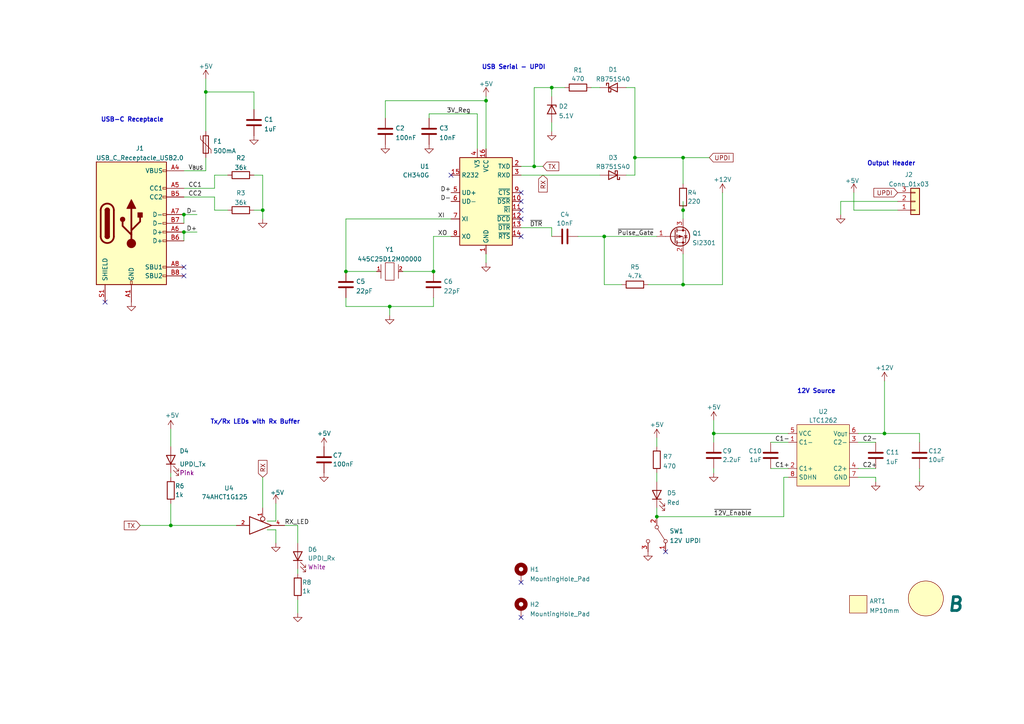
<source format=kicad_sch>
(kicad_sch (version 20211123) (generator eeschema)
  (paper "A4")
  (lib_symbols
    (symbol "74xGxx:74AHCT1G125" (pin_names (offset 1.016))
      (property "Reference" "U3" (at -0.635 -4.6895 0))
      (property "Value" "74AHCT1G125" (at -0.635 -7.4646 0))
      (symbol "74AHCT1G125_0_1"
        (polyline (pts (xy -3.81 2.54) (xy -3.81 -2.54) (xy 2.54 0) (xy -3.81 2.54)) (stroke (width 0.254)))
      )
      (symbol "74AHCT1G125_1_1"
        (pin input inverted (at 0 5.08 270) (length 3.81) (name "~") (number "1"))
        (pin input line (at -7.62 0 0) (length 3.81) (name "~") (number "2"))
        (pin power_in line (at 1.27 -1.27 270) (length 0) hide (name "GND") (number "3"))
        (pin tri_state line (at 6.35 0 180) (length 3.81) (name "~") (number "4"))
        (pin power_in line (at 1.27 1.27 90) (length 0) hide (name "5V") (number "5"))
      )
    )
    (symbol "Connector:USB_C_Receptacle_USB2.0" (pin_names (offset 1.016))
      (property "Reference" "J" (at -10.16 19.05 0))
      (property "Value" "USB_C_Receptacle_USB2.0" (at 19.05 19.05 0))
      (symbol "USB_C_Receptacle_USB2.0_0_0"
        (rectangle (start -0.254 -17.78) (end 0.254 -16.764))
        (rectangle (start 10.16 -14.986) (end 9.144 -15.494))
        (rectangle (start 10.16 -12.446) (end 9.144 -12.954))
        (rectangle (start 10.16 -4.826) (end 9.144 -5.334))
        (rectangle (start 10.16 -2.286) (end 9.144 -2.794))
        (rectangle (start 10.16 0.254) (end 9.144 -0.254))
        (rectangle (start 10.16 2.794) (end 9.144 2.286))
        (rectangle (start 10.16 7.874) (end 9.144 7.366))
        (rectangle (start 10.16 10.414) (end 9.144 9.906))
        (rectangle (start 10.16 15.494) (end 9.144 14.986))
      )
      (symbol "USB_C_Receptacle_USB2.0_0_1"
        (rectangle (start -10.16 17.78) (end 10.16 -17.78) (stroke (width 0.254)) (fill (type background)))
        (arc (start -8.89 -3.81) (mid -6.985 -5.715) (end -5.08 -3.81) (stroke (width 0.508)))
        (arc (start -7.62 -3.81) (mid -6.985 -4.445) (end -6.35 -3.81) (stroke (width 0.254)))
        (arc (start -7.62 -3.81) (mid -6.985 -4.445) (end -6.35 -3.81) (stroke (width 0.254)) (fill (type outline)))
        (rectangle (start -7.62 -3.81) (end -6.35 3.81) (stroke (width 0.254)) (fill (type outline)))
        (arc (start -6.35 3.81) (mid -6.985 4.445) (end -7.62 3.81) (stroke (width 0.254)))
        (arc (start -6.35 3.81) (mid -6.985 4.445) (end -7.62 3.81) (stroke (width 0.254)) (fill (type outline)))
        (arc (start -5.08 3.81) (mid -6.985 5.715) (end -8.89 3.81) (stroke (width 0.508)))
        (circle (center -2.54 1.143) (radius 0.635) (stroke (width 0.254)) (fill (type outline)))
        (circle (center 0 -5.842) (radius 1.27) (fill (type outline)))
        (polyline (pts (xy -8.89 -3.81) (xy -8.89 3.81)) (stroke (width 0.508)))
        (polyline (pts (xy -5.08 3.81) (xy -5.08 -3.81)) (stroke (width 0.508)))
        (polyline (pts (xy 0 -5.842) (xy 0 4.318)) (stroke (width 0.508)))
        (polyline (pts (xy 0 -3.302) (xy -2.54 -0.762) (xy -2.54 0.508)) (stroke (width 0.508)))
        (polyline (pts (xy 0 -2.032) (xy 2.54 0.508) (xy 2.54 1.778)) (stroke (width 0.508)))
        (polyline (pts (xy -1.27 4.318) (xy 0 6.858) (xy 1.27 4.318) (xy -1.27 4.318)) (stroke (width 0.254)) (fill (type outline)))
        (rectangle (start 1.905 1.778) (end 3.175 3.048) (stroke (width 0.254)) (fill (type outline)))
      )
      (symbol "USB_C_Receptacle_USB2.0_1_1"
        (pin passive line (at 0 -22.86 90) (length 5.08) (name "GND") (number "A1"))
        (pin passive line (at 0 -22.86 90) (length 5.08) hide (name "GND") (number "A12"))
        (pin passive line (at 15.24 15.24 180) (length 5.08) (name "VBUS") (number "A4"))
        (pin bidirectional line (at 15.24 10.16 180) (length 5.08) (name "CC1") (number "A5"))
        (pin bidirectional line (at 15.24 -2.54 180) (length 5.08) (name "D+") (number "A6"))
        (pin bidirectional line (at 15.24 2.54 180) (length 5.08) (name "D-") (number "A7"))
        (pin bidirectional line (at 15.24 -12.7 180) (length 5.08) (name "SBU1") (number "A8"))
        (pin passive line (at 15.24 15.24 180) (length 5.08) hide (name "VBUS") (number "A9"))
        (pin passive line (at 0 -22.86 90) (length 5.08) hide (name "GND") (number "B1"))
        (pin passive line (at 0 -22.86 90) (length 5.08) hide (name "GND") (number "B12"))
        (pin passive line (at 15.24 15.24 180) (length 5.08) hide (name "VBUS") (number "B4"))
        (pin bidirectional line (at 15.24 7.62 180) (length 5.08) (name "CC2") (number "B5"))
        (pin bidirectional line (at 15.24 -5.08 180) (length 5.08) (name "D+") (number "B6"))
        (pin bidirectional line (at 15.24 0 180) (length 5.08) (name "D-") (number "B7"))
        (pin bidirectional line (at 15.24 -15.24 180) (length 5.08) (name "SBU2") (number "B8"))
        (pin passive line (at 15.24 15.24 180) (length 5.08) hide (name "VBUS") (number "B9"))
        (pin passive line (at -7.62 -22.86 90) (length 5.08) (name "SHIELD") (number "S1"))
      )
    )
    (symbol "Connector_Generic:Conn_01x03" (pin_names (offset 1.016) hide)
      (property "Reference" "J" (at 0 5.08 0))
      (property "Value" "Conn_01x03" (at 0 -5.08 0))
      (symbol "Conn_01x03_1_1"
        (rectangle (start -1.27 -2.413) (end 0 -2.667) (stroke (width 0.1524)))
        (rectangle (start -1.27 0.127) (end 0 -0.127) (stroke (width 0.1524)))
        (rectangle (start -1.27 2.667) (end 0 2.413) (stroke (width 0.1524)))
        (rectangle (start -1.27 3.81) (end 1.27 -3.81) (stroke (width 0.254)) (fill (type background)))
        (pin passive line (at -5.08 2.54 0) (length 3.81) (name "Pin_1") (number "1"))
        (pin passive line (at -5.08 0 0) (length 3.81) (name "Pin_2") (number "2"))
        (pin passive line (at -5.08 -2.54 0) (length 3.81) (name "Pin_3") (number "3"))
      )
    )
    (symbol "Device:C" (pin_numbers hide) (pin_names (offset 0.254))
      (property "Reference" "C" (at 0.635 2.54 0))
      (property "Value" "C" (at 0.635 -2.54 0))
      (symbol "C_0_1"
        (polyline (pts (xy -2.032 -0.762) (xy 2.032 -0.762)) (stroke (width 0.508)))
        (polyline (pts (xy -2.032 0.762) (xy 2.032 0.762)) (stroke (width 0.508)))
      )
      (symbol "C_1_1"
        (pin passive line (at 0 3.81 270) (length 2.794) (name "~") (number "1"))
        (pin passive line (at 0 -3.81 90) (length 2.794) (name "~") (number "2"))
      )
    )
    (symbol "Device:D_Schottky" (pin_numbers hide) (pin_names (offset 1.016) hide)
      (property "Reference" "D" (at 0 2.54 0))
      (property "Value" "D_Schottky" (at 0 -2.54 0))
      (symbol "D_Schottky_0_1"
        (polyline (pts (xy 1.27 0) (xy -1.27 0)))
        (polyline (pts (xy 1.27 1.27) (xy 1.27 -1.27) (xy -1.27 0) (xy 1.27 1.27)) (stroke (width 0.254)))
        (polyline (pts (xy -1.905 0.635) (xy -1.905 1.27) (xy -1.27 1.27) (xy -1.27 -1.27) (xy -0.635 -1.27) (xy -0.635 -0.635)) (stroke (width 0.254)))
      )
      (symbol "D_Schottky_1_1"
        (pin passive line (at -3.81 0 0) (length 2.54) (name "K") (number "1"))
        (pin passive line (at 3.81 0 180) (length 2.54) (name "A") (number "2"))
      )
    )
    (symbol "Device:D_Zener" (pin_numbers hide) (pin_names (offset 1.016) hide)
      (property "Reference" "D" (at 0 2.54 0))
      (property "Value" "D_Zener" (at 0 -2.54 0))
      (symbol "D_Zener_0_1"
        (polyline (pts (xy 1.27 0) (xy -1.27 0)))
        (polyline (pts (xy -1.27 -1.27) (xy -1.27 1.27) (xy -0.762 1.27)) (stroke (width 0.254)))
        (polyline (pts (xy 1.27 -1.27) (xy 1.27 1.27) (xy -1.27 0) (xy 1.27 -1.27)) (stroke (width 0.254)))
      )
      (symbol "D_Zener_1_1"
        (pin passive line (at -3.81 0 0) (length 2.54) (name "K") (number "1"))
        (pin passive line (at 3.81 0 180) (length 2.54) (name "A") (number "2"))
      )
    )
    (symbol "Device:LED" (pin_numbers hide) (pin_names (offset 1.016) hide)
      (property "Reference" "D" (at 0 2.54 0))
      (property "Value" "LED" (at 0 -2.54 0))
      (symbol "LED_0_1"
        (polyline (pts (xy -1.27 -1.27) (xy -1.27 1.27)) (stroke (width 0.254)))
        (polyline (pts (xy -1.27 0) (xy 1.27 0)))
        (polyline (pts (xy 1.27 -1.27) (xy 1.27 1.27) (xy -1.27 0) (xy 1.27 -1.27)) (stroke (width 0.254)))
        (polyline (pts (xy -3.048 -0.762) (xy -4.572 -2.286) (xy -3.81 -2.286) (xy -4.572 -2.286) (xy -4.572 -1.524)))
        (polyline (pts (xy -1.778 -0.762) (xy -3.302 -2.286) (xy -2.54 -2.286) (xy -3.302 -2.286) (xy -3.302 -1.524)))
      )
      (symbol "LED_1_1"
        (pin passive line (at -3.81 0 0) (length 2.54) (name "K") (number "1"))
        (pin passive line (at 3.81 0 180) (length 2.54) (name "A") (number "2"))
      )
    )
    (symbol "Device:Polyfuse" (pin_numbers hide) (pin_names (offset 0))
      (property "Reference" "F" (at -2.54 0 90))
      (property "Value" "Polyfuse" (at 2.54 0 90))
      (symbol "Polyfuse_0_1"
        (rectangle (start -0.762 2.54) (end 0.762 -2.54) (stroke (width 0.254)))
        (polyline (pts (xy 0 2.54) (xy 0 -2.54)))
        (polyline (pts (xy -1.524 2.54) (xy -1.524 1.524) (xy 1.524 -1.524) (xy 1.524 -2.54)))
      )
      (symbol "Polyfuse_1_1"
        (pin passive line (at 0 3.81 270) (length 1.27) (name "~") (number "1"))
        (pin passive line (at 0 -3.81 90) (length 1.27) (name "~") (number "2"))
      )
    )
    (symbol "Device:R" (pin_numbers hide) (pin_names (offset 0))
      (property "Reference" "R" (at 2.032 0 90))
      (property "Value" "R" (at 0 0 90))
      (symbol "R_0_1"
        (rectangle (start -1.016 -2.54) (end 1.016 2.54) (stroke (width 0.254)))
      )
      (symbol "R_1_1"
        (pin passive line (at 0 3.81 270) (length 1.27) (name "~") (number "1"))
        (pin passive line (at 0 -3.81 90) (length 1.27) (name "~") (number "2"))
      )
    )
    (symbol "Interface_USB:CH340G"
      (property "Reference" "U" (at -5.08 13.97 0))
      (property "Value" "CH340G" (at 1.27 13.97 0))
      (symbol "CH340G_0_1"
        (rectangle (start -7.62 12.7) (end 7.62 -12.7) (stroke (width 0.254)) (fill (type background)))
      )
      (symbol "CH340G_1_1"
        (pin power_in line (at 0 -15.24 90) (length 2.54) (name "GND") (number "1"))
        (pin input line (at 10.16 0 180) (length 2.54) (name "~{DSR}") (number "10"))
        (pin input line (at 10.16 -2.54 180) (length 2.54) (name "~{RI}") (number "11"))
        (pin input line (at 10.16 -5.08 180) (length 2.54) (name "~{DCD}") (number "12"))
        (pin output line (at 10.16 -7.62 180) (length 2.54) (name "~{DTR}") (number "13"))
        (pin output line (at 10.16 -10.16 180) (length 2.54) (name "~{RTS}") (number "14"))
        (pin input line (at -10.16 7.62 0) (length 2.54) (name "R232") (number "15"))
        (pin power_in line (at 0 15.24 270) (length 2.54) (name "VCC") (number "16"))
        (pin output line (at 10.16 10.16 180) (length 2.54) (name "TXD") (number "2"))
        (pin input line (at 10.16 7.62 180) (length 2.54) (name "RXD") (number "3"))
        (pin passive line (at -2.54 15.24 270) (length 2.54) (name "V3") (number "4"))
        (pin bidirectional line (at -10.16 2.54 0) (length 2.54) (name "UD+") (number "5"))
        (pin bidirectional line (at -10.16 0 0) (length 2.54) (name "UD-") (number "6"))
        (pin input line (at -10.16 -5.08 0) (length 2.54) (name "XI") (number "7"))
        (pin output line (at -10.16 -10.16 0) (length 2.54) (name "XO") (number "8"))
        (pin input line (at 10.16 2.54 180) (length 2.54) (name "~{CTS}") (number "9"))
      )
    )
    (symbol "Mechanical:MountingHole_Pad" (pin_numbers hide) (pin_names (offset 1.016) hide)
      (property "Reference" "H" (at 0 6.35 0))
      (property "Value" "MountingHole_Pad" (at 0 4.445 0))
      (symbol "MountingHole_Pad_0_1"
        (circle (center 0 1.27) (radius 1.27) (stroke (width 1.27)))
      )
      (symbol "MountingHole_Pad_1_1"
        (pin input line (at 0 -2.54 90) (length 2.54) (name "1") (number "1"))
      )
    )
    (symbol "MikeArtworkLib:MP10mm" (in_bom no)
      (property "Reference" "ART" (at 0 8.89 0))
      (property "Value" "MP10mm" (at 0 5.08 0))
      (symbol "MP10mm_0_1"
        (rectangle (start -2.54 2.54) (end 2.54 -2.54) (stroke (width 0.1524)) (fill (type background)))
      )
    )
    (symbol "MikeLib:445C25D12M00000" (pin_names (offset 1.016))
      (property "Reference" "Y" (at 0 5.08 0))
      (property "Value" "445C25D12M00000" (at 0 7.62 0))
      (symbol "445C25D12M00000_1_1"
        (polyline (pts (xy 1.27 2.032) (xy 1.27 -2.032)))
        (polyline (pts (xy 2.54 2.54) (xy 2.54 -2.54)))
        (polyline (pts (xy 2.54 2.54) (xy 5.08 2.54)))
        (polyline (pts (xy 5.08 -2.54) (xy 2.54 -2.54)))
        (polyline (pts (xy 5.08 2.54) (xy 5.08 -2.54)))
        (polyline (pts (xy 6.35 2.032) (xy 6.35 -2.032)))
        (pin unspecified line (at 0 0 0) (length 1.27) (name "1") (number "1"))
        (pin unspecified line (at 7.62 0 180) (length 1.27) (name "2") (number "2"))
      )
    )
    (symbol "MikeLib:LTC1262"
      (property "Reference" "U" (at 0 5.08 0))
      (property "Value" "LTC1262" (at 0 2.54 0))
      (symbol "LTC1262_0_1"
        (rectangle (start -7.62 0) (end 7.62 -17.78) (stroke (width 0.1524)) (fill (type background)))
      )
      (symbol "LTC1262_1_1"
        (pin input line (at -10.16 -5.08 0) (length 2.54) (name "C1-") (number "1"))
        (pin input line (at -10.16 -12.7 0) (length 2.54) (name "C1+") (number "2"))
        (pin input line (at 10.16 -5.08 180) (length 2.54) (name "C2-") (number "3"))
        (pin input line (at 10.16 -12.7 180) (length 2.54) (name "C2+") (number "4"))
        (pin input line (at -10.16 -2.54 0) (length 2.54) (name "VCC") (number "5"))
        (pin input line (at 10.16 -2.54 180) (length 2.54) (name "V_{OUT}") (number "6"))
        (pin input line (at 10.16 -15.24 180) (length 2.54) (name "GND") (number "7"))
        (pin input line (at -10.16 -15.24 0) (length 2.54) (name "SDHN") (number "8"))
      )
    )
    (symbol "MikeLib:RevisionSymbol" (pin_numbers hide) (pin_names (offset 0) hide) (in_bom no)
      (property "Value" "RevisionSymbol" (at 0 0 0))
      (symbol "RevisionSymbol_0_1"
        (circle (center 0 0) (radius 5.08) (stroke (width 0.1524)) (fill (type background)))
      )
    )
    (symbol "MikeTransistorLib:SI2301_GSD" (pin_names (offset 0) hide)
      (property "Reference" "Q" (at 5.08 1.27 0))
      (property "Value" "SI2301_GSD" (at 5.08 -1.27 0))
      (symbol "SI2301_GSD_0_1"
        (polyline (pts (xy 0.254 0) (xy -2.54 0)))
        (polyline (pts (xy 0.254 1.905) (xy 0.254 -1.905)) (stroke (width 0.254)))
        (polyline (pts (xy 0.762 -1.27) (xy 0.762 -2.286)) (stroke (width 0.254)))
        (polyline (pts (xy 0.762 0.508) (xy 0.762 -0.508)) (stroke (width 0.254)))
        (polyline (pts (xy 0.762 2.286) (xy 0.762 1.27)) (stroke (width 0.254)))
        (polyline (pts (xy 2.54 2.54) (xy 2.54 1.778)))
        (polyline (pts (xy 2.54 -2.54) (xy 2.54 0) (xy 0.762 0)))
        (polyline (pts (xy 0.762 1.778) (xy 3.302 1.778) (xy 3.302 -1.778) (xy 0.762 -1.778)))
        (polyline (pts (xy 2.286 0) (xy 1.27 0.381) (xy 1.27 -0.381) (xy 2.286 0)) (fill (type outline)))
        (polyline (pts (xy 2.794 -0.508) (xy 2.921 -0.381) (xy 3.683 -0.381) (xy 3.81 -0.254)))
        (polyline (pts (xy 3.302 -0.381) (xy 2.921 0.254) (xy 3.683 0.254) (xy 3.302 -0.381)))
        (circle (center 1.651 0) (radius 2.794) (stroke (width 0.254)))
        (circle (center 2.54 -1.778) (radius 0.254) (fill (type outline)))
        (circle (center 2.54 1.778) (radius 0.254) (fill (type outline)))
      )
      (symbol "SI2301_GSD_1_1"
        (pin input line (at -5.08 0 0) (length 2.54) (name "G") (number "1"))
        (pin passive line (at 2.54 -5.08 90) (length 2.54) (name "S") (number "2"))
        (pin passive line (at 2.54 5.08 270) (length 2.54) (name "D") (number "3"))
      )
    )
    (symbol "Switch:SW_SPDT" (pin_names (offset 0) hide)
      (property "Reference" "SW" (at 0 4.318 0))
      (property "Value" "SW_SPDT" (at 0 -5.08 0))
      (symbol "SW_SPDT_0_0"
        (circle (center -2.032 0) (radius 0.508))
        (circle (center 2.032 -2.54) (radius 0.508))
      )
      (symbol "SW_SPDT_0_1"
        (polyline (pts (xy -1.524 0.254) (xy 1.651 2.286)))
        (circle (center 2.032 2.54) (radius 0.508))
      )
      (symbol "SW_SPDT_1_1"
        (pin passive line (at 5.08 2.54 180) (length 2.54) (name "A") (number "1"))
        (pin passive line (at -5.08 0 0) (length 2.54) (name "B") (number "2"))
        (pin passive line (at 5.08 -2.54 180) (length 2.54) (name "C") (number "3"))
      )
    )
    (symbol "power:+12V" (power) (pin_names (offset 0))
      (property "Value" "+12V" (at 0 3.556 0))
      (symbol "+12V_0_1"
        (polyline (pts (xy -0.762 1.27) (xy 0 2.54)))
        (polyline (pts (xy 0 0) (xy 0 2.54)))
        (polyline (pts (xy 0 2.54) (xy 0.762 1.27)))
      )
      (symbol "+12V_1_1"
        (pin power_in line (at 0 0 90) (length 0) hide (name "+12V") (number "1"))
      )
    )
    (symbol "power:+5V" (power) (pin_names (offset 0))
      (property "Value" "+5V" (at 0 3.556 0))
      (symbol "+5V_0_1"
        (polyline (pts (xy -0.762 1.27) (xy 0 2.54)))
        (polyline (pts (xy 0 0) (xy 0 2.54)))
        (polyline (pts (xy 0 2.54) (xy 0.762 1.27)))
      )
      (symbol "+5V_1_1"
        (pin power_in line (at 0 0 90) (length 0) hide (name "+5V") (number "1"))
      )
    )
    (symbol "power:GND" (power) (pin_names (offset 0))
      (property "Value" "GND" (at 0 -3.81 0))
      (symbol "GND_0_1"
        (polyline (pts (xy 0 0) (xy 0 -1.27) (xy 1.27 -1.27) (xy 0 -2.54) (xy -1.27 -1.27) (xy 0 -1.27)))
      )
      (symbol "GND_1_1"
        (pin power_in line (at 0 0 270) (length 0) hide (name "GND") (number "1"))
      )
    )
  )
  (junction (at 154.94 48.26))
  (junction (at 113.03 88.9))
  (junction (at 59.69 26.67))
  (junction (at 160.02 25.4))
  (junction (at 53.34 67.31))
  (junction (at 198.12 45.72))
  (junction (at 207.01 125.73))
  (junction (at 49.53 152.4))
  (junction (at 198.12 82.55))
  (junction (at 53.34 62.23))
  (junction (at 184.15 45.72))
  (junction (at 76.2 60.96))
  (junction (at 140.97 29.21))
  (junction (at 190.5 149.86))
  (junction (at 256.54 125.73))
  (junction (at 100.33 78.74))
  (junction (at 198.12 60.96))
  (junction (at 175.26 68.58))
  (junction (at 125.73 78.74))
  (no_connect (at 151.13 55.88))
  (no_connect (at 130.81 50.8))
  (no_connect (at 151.13 60.96))
  (no_connect (at 151.13 58.42))
  (no_connect (at 151.13 63.5))
  (no_connect (at 151.13 179.07))
  (no_connect (at 151.13 168.91))
  (no_connect (at 151.13 68.58))
  (no_connect (at 193.04 160.02))
  (no_connect (at 30.48 87.63))
  (no_connect (at 53.34 77.47))
  (no_connect (at 53.34 80.01))
  (wire (pts (xy 207.01 125.73) (xy 207.01 128.27)))
  (wire (pts (xy 207.01 121.92) (xy 207.01 125.73)))
  (wire (pts (xy 175.26 82.55) (xy 175.26 68.58)))
  (wire (pts (xy 180.34 82.55) (xy 175.26 82.55)))
  (wire (pts (xy 53.34 67.31) (xy 53.34 69.85)))
  (wire (pts (xy 198.12 58.42) (xy 198.12 60.96)))
  (wire (pts (xy 190.5 147.32) (xy 190.5 149.86)))
  (wire (pts (xy 190.5 149.86) (xy 227.33 149.86)))
  (wire (pts (xy 154.94 25.4) (xy 160.02 25.4)))
  (wire (pts (xy 160.02 25.4) (xy 163.83 25.4)))
  (wire (pts (xy 140.97 27.94) (xy 140.97 29.21)))
  (wire (pts (xy 151.13 48.26) (xy 154.94 48.26)))
  (wire (pts (xy 154.94 48.26) (xy 157.48 48.26)))
  (wire (pts (xy 247.65 55.88) (xy 247.65 60.96)))
  (wire (pts (xy 260.35 60.96) (xy 247.65 60.96)))
  (wire (pts (xy 73.66 31.75) (xy 73.66 26.67)))
  (wire (pts (xy 49.53 124.46) (xy 49.53 129.54)))
  (wire (pts (xy 198.12 60.96) (xy 198.12 63.5)))
  (wire (pts (xy 49.53 146.05) (xy 49.53 152.4)))
  (wire (pts (xy 138.43 33.02) (xy 138.43 43.18)))
  (wire (pts (xy 248.92 135.89) (xy 254 135.89)))
  (wire (pts (xy 59.69 22.86) (xy 59.69 26.67)))
  (wire (pts (xy 76.2 50.8) (xy 73.66 50.8)))
  (wire (pts (xy 40.64 152.4) (xy 49.53 152.4)))
  (wire (pts (xy 49.53 152.4) (xy 68.58 152.4)))
  (wire (pts (xy 266.7 135.89) (xy 266.7 139.7)))
  (wire (pts (xy 151.13 50.8) (xy 173.99 50.8)))
  (wire (pts (xy 181.61 50.8) (xy 184.15 50.8)))
  (wire (pts (xy 160.02 35.56) (xy 160.02 38.1)))
  (wire (pts (xy 256.54 125.73) (xy 248.92 125.73)))
  (wire (pts (xy 256.54 125.73) (xy 266.7 125.73)))
  (wire (pts (xy 266.7 128.27) (xy 266.7 125.73)))
  (wire (pts (xy 140.97 29.21) (xy 140.97 43.18)))
  (wire (pts (xy 59.69 26.67) (xy 59.69 38.1)))
  (wire (pts (xy 207.01 125.73) (xy 228.6 125.73)))
  (wire (pts (xy 184.15 25.4) (xy 184.15 45.72)))
  (wire (pts (xy 184.15 45.72) (xy 184.15 50.8)))
  (wire (pts (xy 223.52 128.27) (xy 228.6 128.27)))
  (wire (pts (xy 125.73 68.58) (xy 125.73 78.74)))
  (wire (pts (xy 116.84 78.74) (xy 125.73 78.74)))
  (wire (pts (xy 111.76 29.21) (xy 140.97 29.21)))
  (wire (pts (xy 227.33 138.43) (xy 227.33 149.86)))
  (wire (pts (xy 62.23 60.96) (xy 66.04 60.96)))
  (wire (pts (xy 198.12 45.72) (xy 198.12 53.34)))
  (wire (pts (xy 111.76 29.21) (xy 111.76 34.29)))
  (wire (pts (xy 76.2 138.43) (xy 76.2 147.32)))
  (wire (pts (xy 248.92 138.43) (xy 254 138.43)))
  (wire (pts (xy 254 138.43) (xy 254 139.7)))
  (wire (pts (xy 248.92 128.27) (xy 254 128.27)))
  (wire (pts (xy 86.36 152.4) (xy 86.36 157.48)))
  (wire (pts (xy 59.69 45.72) (xy 59.69 49.53)))
  (wire (pts (xy 207.01 135.89) (xy 207.01 137.16)))
  (wire (pts (xy 125.73 68.58) (xy 130.81 68.58)))
  (wire (pts (xy 100.33 86.36) (xy 100.33 88.9)))
  (wire (pts (xy 100.33 88.9) (xy 113.03 88.9)))
  (wire (pts (xy 73.66 26.67) (xy 59.69 26.67)))
  (wire (pts (xy 82.55 152.4) (xy 86.36 152.4)))
  (wire (pts (xy 209.55 82.55) (xy 198.12 82.55)))
  (wire (pts (xy 209.55 55.88) (xy 209.55 82.55)))
  (wire (pts (xy 198.12 82.55) (xy 198.12 73.66)))
  (wire (pts (xy 53.34 62.23) (xy 53.34 64.77)))
  (wire (pts (xy 190.5 137.16) (xy 190.5 139.7)))
  (wire (pts (xy 154.94 25.4) (xy 154.94 48.26)))
  (wire (pts (xy 223.52 135.89) (xy 228.6 135.89)))
  (wire (pts (xy 77.47 153.67) (xy 80.01 153.67)))
  (wire (pts (xy 80.01 153.67) (xy 80.01 157.48)))
  (wire (pts (xy 113.03 91.44) (xy 113.03 88.9)))
  (wire (pts (xy 171.45 25.4) (xy 173.99 25.4)))
  (wire (pts (xy 140.97 73.66) (xy 140.97 76.2)))
  (wire (pts (xy 86.36 165.1) (xy 86.36 166.37)))
  (wire (pts (xy 76.2 50.8) (xy 76.2 60.96)))
  (wire (pts (xy 49.53 137.16) (xy 49.53 138.43)))
  (wire (pts (xy 184.15 25.4) (xy 181.61 25.4)))
  (wire (pts (xy 160.02 25.4) (xy 160.02 27.94)))
  (wire (pts (xy 190.5 127) (xy 190.5 129.54)))
  (wire (pts (xy 124.46 33.02) (xy 124.46 34.29)))
  (wire (pts (xy 184.15 45.72) (xy 198.12 45.72)))
  (wire (pts (xy 62.23 54.61) (xy 62.23 50.8)))
  (wire (pts (xy 53.34 54.61) (xy 62.23 54.61)))
  (wire (pts (xy 62.23 50.8) (xy 66.04 50.8)))
  (wire (pts (xy 243.84 58.42) (xy 243.84 62.23)))
  (wire (pts (xy 260.35 58.42) (xy 243.84 58.42)))
  (wire (pts (xy 175.26 68.58) (xy 190.5 68.58)))
  (wire (pts (xy 125.73 86.36) (xy 125.73 88.9)))
  (wire (pts (xy 125.73 88.9) (xy 113.03 88.9)))
  (wire (pts (xy 124.46 33.02) (xy 138.43 33.02)))
  (wire (pts (xy 53.34 62.23) (xy 57.15 62.23)))
  (wire (pts (xy 130.81 63.5) (xy 100.33 63.5)))
  (wire (pts (xy 100.33 63.5) (xy 100.33 78.74)))
  (wire (pts (xy 100.33 78.74) (xy 109.22 78.74)))
  (wire (pts (xy 73.66 60.96) (xy 76.2 60.96)))
  (wire (pts (xy 256.54 110.49) (xy 256.54 125.73)))
  (wire (pts (xy 59.69 49.53) (xy 53.34 49.53)))
  (wire (pts (xy 167.64 68.58) (xy 175.26 68.58)))
  (wire (pts (xy 151.13 66.04) (xy 160.02 66.04)))
  (wire (pts (xy 160.02 66.04) (xy 160.02 68.58)))
  (wire (pts (xy 198.12 45.72) (xy 205.74 45.72)))
  (wire (pts (xy 62.23 57.15) (xy 62.23 60.96)))
  (wire (pts (xy 53.34 57.15) (xy 62.23 57.15)))
  (wire (pts (xy 53.34 67.31) (xy 57.15 67.31)))
  (wire (pts (xy 86.36 173.99) (xy 86.36 177.8)))
  (wire (pts (xy 76.2 60.96) (xy 76.2 63.5)))
  (wire (pts (xy 227.33 138.43) (xy 228.6 138.43)))
  (wire (pts (xy 187.96 82.55) (xy 198.12 82.55)))
  (wire (pts (xy 80.01 151.13) (xy 77.47 151.13)))
  (wire (pts (xy 80.01 146.05) (xy 80.01 151.13)))
  (text "Output Header\n" (at 251.46 48.26 0) (effects (font (size 1.27 1.27) (thickness 0.254) bold) (justify left bottom)))
  (text "USB Serial - UPDI" (at 139.7 20.32 0) (effects (font (size 1.27 1.27) (thickness 0.254) bold) (justify left bottom)))
  (text "USB-C Receptacle" (at 29.21 35.56 0) (effects (font (size 1.27 1.27) (thickness 0.254) bold) (justify left bottom)))
  (text "12V Source" (at 231.14 114.3 0) (effects (font (size 1.27 1.27) (thickness 0.254) bold) (justify left bottom)))
  (text "Tx/Rx LEDs with Rx Buffer" (at 60.96 123.19 0) (effects (font (size 1.27 1.27) (thickness 0.254) bold) (justify left bottom)))
  (label "3V_Reg" (at 129.54 33.02 0))
  (label "C1+" (at 224.79 135.89 0))
  (label "~{DTR}" (at 153.67 66.04 0))
  (label "~{12V_Enable}" (at 207.01 149.86 0))
  (label "D-" (at 57.15 62.23 180))
  (label "XO" (at 127 68.58 0))
  (label "CC1" (at 54.61 54.61 0))
  (label "XI" (at 127 63.5 0))
  (label "D+" (at 130.81 55.88 180))
  (label "C2+" (at 250.19 135.89 0))
  (label "D+" (at 57.15 67.31 180))
  (label "D-" (at 130.81 58.42 180))
  (label "C1-" (at 224.79 128.27 0))
  (label "RX_LED" (at 82.55 152.4 0))
  (label "~{Pulse_Gate}" (at 179.07 68.58 0))
  (label "CC2" (at 54.61 57.15 0))
  (label "C2-" (at 250.19 128.27 0))
  (label "V_{BUS}" (at 54.61 49.53 0))
  (global_label "TX" (shape input) (at 40.64 152.4 180) (property "Intersheet References" "${INTERSHEET_REFS}" (effects hide)))
  (global_label "UPDI" (shape input) (at 205.74 45.72 0) (property "Intersheet References" "${INTERSHEET_REFS}" (effects hide)))
  (global_label "RX" (shape input) (at 76.2 138.43 90) (property "Intersheet References" "${INTERSHEET_REFS}" (effects hide)))
  (global_label "UPDI" (shape input) (at 260.35 55.88 180) (property "Intersheet References" "${INTERSHEET_REFS}" (effects hide)))
  (global_label "RX" (shape input) (at 157.48 50.8 270) (property "Intersheet References" "${INTERSHEET_REFS}" (effects hide)))
  (global_label "TX" (shape input) (at 157.48 48.26 0) (property "Intersheet References" "${INTERSHEET_REFS}" (effects hide)))
  (symbol (lib_id "power:GND") (at 254 139.7 0) (unit 1)
    (property "Reference" "#PWR024" (effects hide))
    (property "Value" "GND" (effects hide))
  )
  (symbol (lib_id "power:+5V") (at 59.69 22.86 0) (unit 1)
    (property "Reference" "#PWR01" (effects hide))
    (property "Value" "+5V" (at 59.69 19.2555 0))
  )
  (symbol (lib_id "power:+5V") (at 247.65 55.88 0) (unit 1)
    (property "Reference" "#PWR026" (effects hide))
    (property "Value" "+5V" (at 247.1419 52.4315 0))
  )
  (symbol (lib_id "Device:D_Zener") (at 160.02 31.75 270) (unit 1)
    (property "Reference" "D2" (at 162.052 30.8415 90) (effects (justify left)))
    (property "Value" "5.1V" (at 162.052 33.6166 90) (effects (justify left)))
    (property "Footprint" "Diode_SMD:D_MiniMELF" (effects hide))
    (property "Req" "For 12V" (effects hide))
  )
  (symbol (lib_id "MikeArtworkLib:MP10mm") (at 248.92 175.26 0) (unit 1) (in_bom no)
    (property "Reference" "ART1" (at 252.1712 174.3515 0) (effects (justify left)))
    (property "Value" "MP10mm" (at 252.1712 177.1266 0) (effects (justify left)))
    (property "Footprint" "MikeArtworkLib:MPSquare_10mm" (effects hide))
  )
  (symbol (lib_id "Device:R") (at 184.15 82.55 270) (unit 1)
    (property "Reference" "R5" (at 184.15 77.47 90))
    (property "Value" "4.7k" (at 184.15 80.01 90))
    (property "Footprint" "Resistor_SMD:R_0603_1608Metric" (effects hide))
  )
  (symbol (lib_id "power:+5V") (at 207.01 121.92 0) (unit 1)
    (property "Reference" "#PWR019" (effects hide))
    (property "Value" "+5V" (at 207.01 118.11 0))
  )
  (symbol (lib_id "power:GND") (at 243.84 62.23 0) (unit 1)
    (property "Reference" "#PWR027" (effects hide))
    (property "Value" "GND" (effects hide))
  )
  (symbol (lib_id "74xGxx:74AHCT1G125") (at 76.2 152.4 0) (unit 1)
    (property "Reference" "U4" (at 66.421 141.5948 0))
    (property "Value" "74AHCT1G125" (at 65.151 144.1348 0))
    (property "Footprint" "Package_TO_SOT_SMD:SOT-553" (effects hide))
    (property "Datasheet" "http://www.ti.com/lit/sg/scyt129e/scyt129e.pdf" (effects hide))
  )
  (symbol (lib_id "Device:C") (at 207.01 132.08 180) (unit 1)
    (property "Reference" "C9" (at 209.55 130.81 0) (effects (justify right)))
    (property "Value" "2.2uF" (at 209.55 133.35 0) (effects (justify right)))
    (property "Footprint" "Capacitor_SMD:C_1206_3216Metric" (effects hide))
  )
  (symbol (lib_id "Device:R") (at 198.12 57.15 180) (unit 1)
    (property "Reference" "R4" (at 199.39 55.88 0) (effects (justify right)))
    (property "Value" "220" (at 199.39 58.42 0) (effects (justify right)))
    (property "Footprint" "Resistor_SMD:R_0603_1608Metric" (effects hide))
  )
  (symbol (lib_id "Switch:SW_SPDT") (at 190.5 154.94 270) (unit 1)
    (property "Reference" "SW1" (at 194.183 154.0315 90) (effects (justify left)))
    (property "Value" "12V UPDI" (at 194.183 156.8066 90) (effects (justify left)))
    (property "Footprint" "Button_Switch_SMD:SW_SPDT_PCM12" (effects hide))
  )
  (symbol (lib_id "power:GND") (at 207.01 137.16 0) (unit 1)
    (property "Reference" "#PWR023" (effects hide))
    (property "Value" "GND" (effects hide))
  )
  (symbol (lib_id "power:GND") (at 73.66 39.37 0) (unit 1)
    (property "Reference" "#PWR0102" (effects hide))
    (property "Value" "GND" (effects hide))
  )
  (symbol (lib_id "power:+12V") (at 256.54 110.49 0) (unit 1)
    (property "Reference" "#PWR015" (effects hide))
    (property "Value" "+12V" (at 256.54 106.68 0))
  )
  (symbol (lib_id "power:GND") (at 80.01 157.48 0) (unit 1)
    (property "Reference" "#PWR0101" (effects hide))
    (property "Value" "GND" (effects hide))
  )
  (symbol (lib_id "Device:R") (at 167.64 25.4 90) (unit 1)
    (property "Reference" "R1" (at 167.64 20.32 90))
    (property "Value" "470" (at 167.64 22.86 90))
    (property "Footprint" "Resistor_SMD:R_0603_1608Metric" (effects hide))
  )
  (symbol (lib_id "MikeLib:RevisionSymbol") (at 268.5288 173.5804 0) (unit 1) (in_bom no)
    (property "Reference" "MISC1" (effects hide))
    (property "Value" "B" (at 274.32 175.26 0) (effects (font (size 4 4) bold italic) (justify left)))
    (property "Footprint" "MikeFootprintLib:RevisionSymbol" (effects hide))
  )
  (symbol (lib_id "Device:R") (at 69.85 60.96 90) (unit 1)
    (property "Reference" "R3" (at 69.85 55.9775 90))
    (property "Value" "36k" (at 69.85 58.7526 90))
    (property "Footprint" "Resistor_SMD:R_0603_1608Metric" (effects hide))
  )
  (symbol (lib_id "Interface_USB:CH340G") (at 140.97 58.42 0) (unit 1)
    (property "Reference" "U1" (at 123.19 48.26 0))
    (property "Value" "CH340G" (at 120.65 50.8 0))
    (property "Footprint" "Package_SO:SOIC-16_3.9x9.9mm_P1.27mm" (effects hide))
    (property "Datasheet" "http://www.datasheet5.com/pdf-local-2195953" (effects hide))
  )
  (symbol (lib_id "Mechanical:MountingHole_Pad") (at 151.13 176.53 0) (unit 1)
    (property "Reference" "H2" (at 153.67 175.304 0) (effects (justify left)))
    (property "Value" "MountingHole_Pad" (at 153.67 178.0791 0) (effects (justify left)))
    (property "Footprint" "MountingHole:MountingHole_2.2mm_M2_DIN965_Pad" (effects hide))
  )
  (symbol (lib_id "Device:LED") (at 190.5 143.51 90) (unit 1)
    (property "Reference" "D5" (at 193.421 142.9824 90) (effects (justify right)))
    (property "Value" "Red" (at 193.421 145.7575 90) (effects (justify right)))
    (property "Footprint" "LED_SMD:LED_0603_1608Metric" (effects hide))
  )
  (symbol (lib_id "Device:R") (at 49.53 142.24 0) (unit 1)
    (property "Reference" "R6" (at 50.8 140.97 0) (effects (justify left)))
    (property "Value" "1k" (at 50.8 143.51 0) (effects (justify left)))
    (property "Footprint" "Resistor_SMD:R_0603_1608Metric" (effects hide))
  )
  (symbol (lib_id "Mechanical:MountingHole_Pad") (at 151.13 166.37 0) (unit 1)
    (property "Reference" "H1" (at 153.67 165.144 0) (effects (justify left)))
    (property "Value" "MountingHole_Pad" (at 153.67 167.9191 0) (effects (justify left)))
    (property "Footprint" "MountingHole:MountingHole_2.2mm_M2_DIN965_Pad" (effects hide))
  )
  (symbol (lib_id "Device:Polyfuse") (at 59.69 41.91 0) (unit 1)
    (property "Reference" "F1" (at 61.849 41.0015 0) (effects (justify left)))
    (property "Value" "500mA" (at 61.849 43.7766 0) (effects (justify left)))
    (property "Footprint" "Fuse:Fuse_1206_3216Metric_Pad1.42x1.75mm_HandSolder" (effects hide))
  )
  (symbol (lib_id "Device:C") (at 93.98 133.35 180) (unit 1)
    (property "Reference" "C7" (at 96.52 132.08 0) (effects (justify right)))
    (property "Value" "100nF" (at 96.52 134.62 0) (effects (justify right)))
    (property "Footprint" "Capacitor_SMD:C_0603_1608Metric" (effects hide))
  )
  (symbol (lib_id "power:GND") (at 140.97 76.2 0) (unit 1)
    (property "Reference" "#PWR011" (effects hide))
    (property "Value" "GND" (effects hide))
  )
  (symbol (lib_id "Device:C") (at 100.33 82.55 180) (unit 1)
    (property "Reference" "C5" (at 103.251 81.6415 0) (effects (justify right)))
    (property "Value" "22pF" (at 103.251 84.4166 0) (effects (justify right)))
    (property "Footprint" "Capacitor_SMD:C_0603_1608Metric" (effects hide))
  )
  (symbol (lib_id "Device:D_Schottky") (at 177.8 25.4 0) (unit 1)
    (property "Reference" "D1" (at 177.8 20.1635 0))
    (property "Value" "RB751S40" (at 177.8 22.9386 0))
    (property "Footprint" "Diode_SMD:D_SOD-523" (effects hide))
  )
  (symbol (lib_id "Device:LED") (at 49.53 133.35 90) (unit 1)
    (property "Reference" "D4" (at 52.07 130.81 90) (effects (justify right)))
    (property "Value" "UPDI_Tx" (at 52.07 134.62 90) (effects (justify right)))
    (property "Footprint" "LED_SMD:LED_0603_1608Metric" (effects hide))
    (property "Color" "Pink" (at 52.07 137.16 90) (effects (justify right)))
  )
  (symbol (lib_id "power:+12V") (at 209.55 55.88 0) (unit 1)
    (property "Reference" "#PWR010" (effects hide))
    (property "Value" "+12V" (at 209.55 52.07 0))
  )
  (symbol (lib_id "Device:D_Schottky") (at 177.8 50.8 180) (unit 1)
    (property "Reference" "D3" (at 177.8 45.72 0))
    (property "Value" "RB751S40" (at 177.8 48.3386 0))
    (property "Footprint" "Diode_SMD:D_SOD-523" (effects hide))
  )
  (symbol (lib_id "Device:C") (at 125.73 82.55 180) (unit 1)
    (property "Reference" "C6" (at 128.651 81.6415 0) (effects (justify right)))
    (property "Value" "22pF" (at 128.651 84.4166 0) (effects (justify right)))
    (property "Footprint" "Capacitor_SMD:C_0603_1608Metric" (effects hide))
  )
  (symbol (lib_id "Device:C") (at 266.7 132.08 180) (unit 1)
    (property "Reference" "C12" (at 269.24 130.81 0) (effects (justify right)))
    (property "Value" "10uF" (at 269.24 133.35 0) (effects (justify right)))
    (property "Footprint" "Capacitor_SMD:C_1206_3216Metric" (effects hide))
    (property "Part" "GMK316BJ106ML-T" (effects hide))
  )
  (symbol (lib_id "Device:C") (at 223.52 132.08 180) (unit 1)
    (property "Reference" "C10" (at 220.98 130.81 0) (effects (justify left)))
    (property "Value" "1uF" (at 220.98 133.35 0) (effects (justify left)))
    (property "Footprint" "Capacitor_SMD:C_0805_2012Metric" (effects hide))
    (property "Part" "08055D105KAT2A" (effects hide))
  )
  (symbol (lib_id "Device:LED") (at 86.36 161.29 90) (unit 1)
    (property "Reference" "D6" (at 89.281 159.3748 90) (effects (justify right)))
    (property "Value" "UPDI_Rx" (at 89.281 161.9148 90) (effects (justify right)))
    (property "Footprint" "LED_SMD:LED_0603_1608Metric" (effects hide))
    (property "Color" "White" (at 89.281 164.4548 90) (effects (justify right)))
  )
  (symbol (lib_id "Device:R") (at 86.36 170.18 180) (unit 1)
    (property "Reference" "R8" (at 87.63 168.91 0) (effects (justify right)))
    (property "Value" "1k" (at 87.63 171.45 0) (effects (justify right)))
    (property "Footprint" "Resistor_SMD:R_0603_1608Metric" (effects hide))
  )
  (symbol (lib_id "power:+5V") (at 93.98 129.54 0) (unit 1)
    (property "Reference" "#PWR017" (effects hide))
    (property "Value" "+5V" (at 93.98 125.73 0))
  )
  (symbol (lib_id "MikeLib:445C25D12M00000") (at 109.22 78.74 0) (unit 1)
    (property "Reference" "Y1" (at 113.03 72.3605 0))
    (property "Value" "445C25D12M00000" (at 113.03 75.1356 0))
    (property "Footprint" "MikeFootprintLib:Crystal-CTS-445-0-0-0" (effects hide))
    (property "Datasheet" "https://www.ctscorp.com/wp-content/uploads/445.pdf" (effects hide))
    (property "category" "Crys" (effects hide))
    (property "digikey description" "CRYSTAL 12.0000MHZ 18PF SMD" (effects hide))
    (property "digikey part number" "CTX1162CT-ND" (effects hide))
    (property "ipc land pattern name" "CAPC640320X60" (effects hide))
    (property "lead free" "yes" (effects hide))
    (property "library id" "a5a18dbfeb55b9dc" (effects hide))
    (property "manufacturer" "CTS" (effects hide))
    (property "mouser description" "Crystals 12MHz +/-20ppm 18pF -20C +70C" (effects hide))
    (property "mouser part number" "774-445C25D12M00000" (effects hide))
    (property "package" "SMD2" (effects hide))
    (property "rohs" "yes" (effects hide))
    (property "temperature range high" "+70°C" (effects hide))
    (property "temperature range low" "-20°C" (effects hide))
  )
  (symbol (lib_id "power:GND") (at 93.98 137.16 0) (unit 1)
    (property "Reference" "#PWR021" (effects hide))
    (property "Value" "GND" (effects hide))
  )
  (symbol (lib_id "power:+5V") (at 49.53 124.46 0) (unit 1)
    (property "Reference" "#PWR020" (effects hide))
    (property "Value" "+5V" (at 49.911 120.475 0))
  )
  (symbol (lib_id "power:+5V") (at 140.97 27.94 0) (unit 1)
    (property "Reference" "#PWR03" (effects hide))
    (property "Value" "+5V" (at 140.97 24.3355 0))
  )
  (symbol (lib_id "power:GND") (at 86.36 177.8 0) (unit 1)
    (property "Reference" "#PWR031" (effects hide))
    (property "Value" "GND" (effects hide))
  )
  (symbol (lib_id "power:GND") (at 187.96 160.02 0) (unit 1)
    (property "Reference" "#PWR030" (effects hide))
    (property "Value" "GND" (effects hide))
  )
  (symbol (lib_id "power:GND") (at 124.46 41.91 0) (unit 1)
    (property "Reference" "#PWR07" (effects hide))
    (property "Value" "GND" (effects hide))
  )
  (symbol (lib_id "Device:C") (at 254 132.08 180) (unit 1)
    (property "Reference" "C11" (at 256.921 131.1715 0) (effects (justify right)))
    (property "Value" "1uF" (at 256.921 133.9466 0) (effects (justify right)))
    (property "Footprint" "Capacitor_SMD:C_0805_2012Metric" (effects hide))
    (property "Part" "08055D105KAT2A" (effects hide))
  )
  (symbol (lib_id "power:+5V") (at 80.01 146.05 0) (unit 1)
    (property "Reference" "#PWR029" (effects hide))
    (property "Value" "+5V" (at 80.391 142.8648 0))
  )
  (symbol (lib_id "power:+5V") (at 190.5 127 0) (unit 1)
    (property "Reference" "#PWR028" (effects hide))
    (property "Value" "+5V" (at 190.5 123.19 0))
  )
  (symbol (lib_id "Device:C") (at 111.76 38.1 180) (unit 1)
    (property "Reference" "C2" (at 114.681 37.1915 0) (effects (justify right)))
    (property "Value" "100nF" (at 114.681 39.9666 0) (effects (justify right)))
    (property "Footprint" "Capacitor_SMD:C_0603_1608Metric" (effects hide))
  )
  (symbol (lib_id "Connector:USB_C_Receptacle_USB2.0") (at 38.1 64.77 0) (unit 1)
    (property "Reference" "J1" (at 40.5765 43.0234 0))
    (property "Value" "USB_C_Receptacle_USB2.0" (at 40.5765 45.7985 0))
    (property "Footprint" "Connector_USB:USB_C_Receptacle_Palconn_UTC16-G" (effects hide))
    (property "Datasheet" "https://www.usb.org/sites/default/files/documents/usb_type-c.zip" (effects hide))
  )
  (symbol (lib_id "power:GND") (at 160.02 38.1 0) (unit 1)
    (property "Reference" "#PWR08" (effects hide))
    (property "Value" "GND" (effects hide))
  )
  (symbol (lib_id "power:GND") (at 266.7 139.7 0) (unit 1)
    (property "Reference" "#PWR025" (effects hide))
    (property "Value" "GND" (effects hide))
  )
  (symbol (lib_id "MikeLib:LTC1262") (at 238.76 123.19 0) (unit 1)
    (property "Reference" "U2" (at 238.76 119.38 0))
    (property "Value" "LTC1262" (at 238.76 121.92 0))
    (property "Footprint" "Package_SO:SOIC-8_3.9x4.9mm_P1.27mm" (effects hide))
  )
  (symbol (lib_id "MikeTransistorLib:SI2301_GSD") (at 195.58 68.58 0) (unit 1)
    (property "Reference" "Q1" (at 200.787 67.6715 0) (effects (justify left)))
    (property "Value" "SI2301" (at 200.787 70.4466 0) (effects (justify left)))
    (property "Footprint" "Package_TO_SOT_SMD:SOT-23" (effects hide))
  )
  (symbol (lib_id "Connector_Generic:Conn_01x03") (at 265.43 58.42 0) (mirror x) (unit 1)
    (property "Reference" "J2" (at 263.5884 50.6435 0))
    (property "Value" "Conn_01x03" (at 263.5884 53.4186 0))
    (property "Footprint" "Connector_PinHeader_2.54mm:PinHeader_1x03_P2.54mm_Horizontal" (effects hide))
  )
  (symbol (lib_id "power:GND") (at 113.03 91.44 0) (unit 1)
    (property "Reference" "#PWR013" (effects hide))
    (property "Value" "GND" (effects hide))
  )
  (symbol (lib_id "power:GND") (at 76.2 63.5 0) (unit 1)
    (property "Reference" "#PWR09" (effects hide))
    (property "Value" "GND" (effects hide))
  )
  (symbol (lib_id "power:GND") (at 111.76 41.91 0) (unit 1)
    (property "Reference" "#PWR06" (effects hide))
    (property "Value" "GND" (effects hide))
  )
  (symbol (lib_id "Device:C") (at 73.66 35.56 180) (unit 1)
    (property "Reference" "C1" (at 76.581 34.6515 0) (effects (justify right)))
    (property "Value" "1uF" (at 76.581 37.4266 0) (effects (justify right)))
    (property "Footprint" "Capacitor_SMD:C_0603_1608Metric" (effects hide))
    (property "Part" "CGA3E1X7R1C105K089AC" (effects hide))
  )
  (symbol (lib_id "Device:R") (at 190.5 133.35 180) (unit 1)
    (property "Reference" "R7" (at 192.278 132.4415 0) (effects (justify right)))
    (property "Value" "470" (at 192.278 135.2166 0) (effects (justify right)))
    (property "Footprint" "Resistor_SMD:R_0603_1608Metric" (effects hide))
  )
  (symbol (lib_id "Device:C") (at 163.83 68.58 90) (unit 1)
    (property "Reference" "C4" (at 163.83 62.23 90))
    (property "Value" "10nF" (at 163.83 64.77 90))
    (property "Footprint" "Capacitor_SMD:C_0603_1608Metric" (effects hide))
  )
  (symbol (lib_id "power:GND") (at 38.1 87.63 0) (unit 1)
    (property "Reference" "#PWR012" (effects hide))
    (property "Value" "GND" (effects hide))
  )
  (symbol (lib_id "Device:R") (at 69.85 50.8 90) (unit 1)
    (property "Reference" "R2" (at 69.85 45.8175 90))
    (property "Value" "36k" (at 69.85 48.5926 90))
    (property "Footprint" "Resistor_SMD:R_0603_1608Metric" (effects hide))
  )
  (symbol (lib_id "Device:C") (at 124.46 38.1 180) (unit 1)
    (property "Reference" "C3" (at 127.381 37.1915 0) (effects (justify right)))
    (property "Value" "10nF" (at 127.381 39.9666 0) (effects (justify right)))
    (property "Footprint" "Capacitor_SMD:C_0603_1608Metric" (effects hide))
  )
)
</source>
